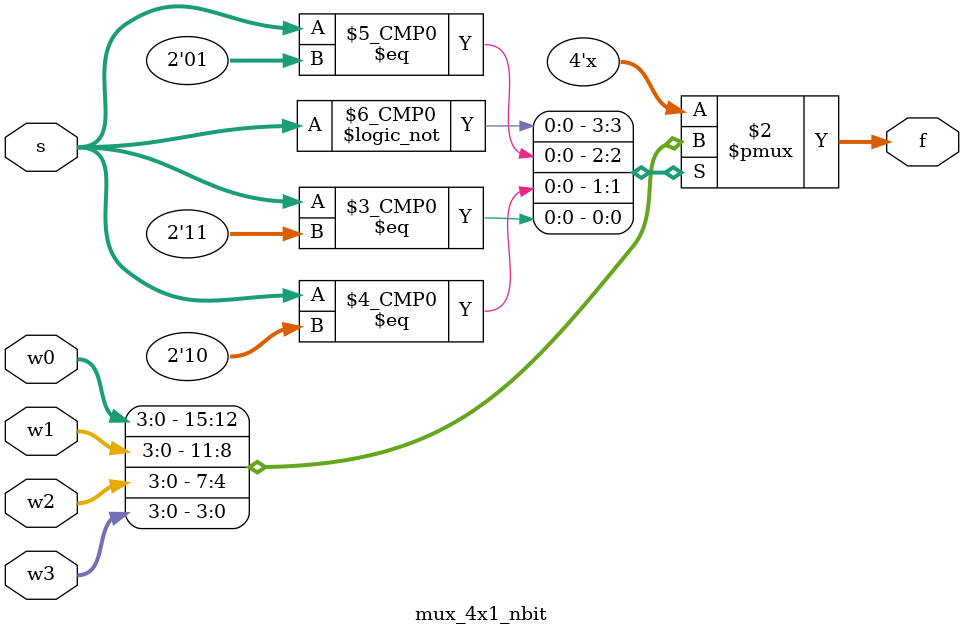
<source format=v>
`timescale 1ns / 1ps


module mux_4x1_nbit
    #(parameter n =4)
    (
    input [n-1:0] w0,w1,w2,w3,
    input [1:0]s,
    output reg [n-1:0]f
    );
    always @ (w0,w1,w2,w3,s)
    begin
    f = 'bx;
    //m= 'b1;
//        / Behavioral Modeling      
//        f = s[1]?(s[0]?w3:w2):(s[0]?w1:w0); /
//        //Structural modeling using if
//        if  (s==2'b00)
//            f = w0; ///priority routing network
//        else if (s == 2'b01)
//            f = w1;
//        else if ( s == 2'b10)
//            f = w2;
//        else if ( s == 2'b11)
//            f = w3;
//        else
//            f = 'bx; //accounted for all values of s. if none occur, x will appear and an issue occured in the logic.
//      //Structural modeling using case: (Parallel Case)
        case (s)
            2'b00: f=w0;
            2'b01: f=w1;
            2'b10: f=w2;
            2'b11: f=w3;
            default: f='bx;
        endcase
    end
    
endmodule

</source>
